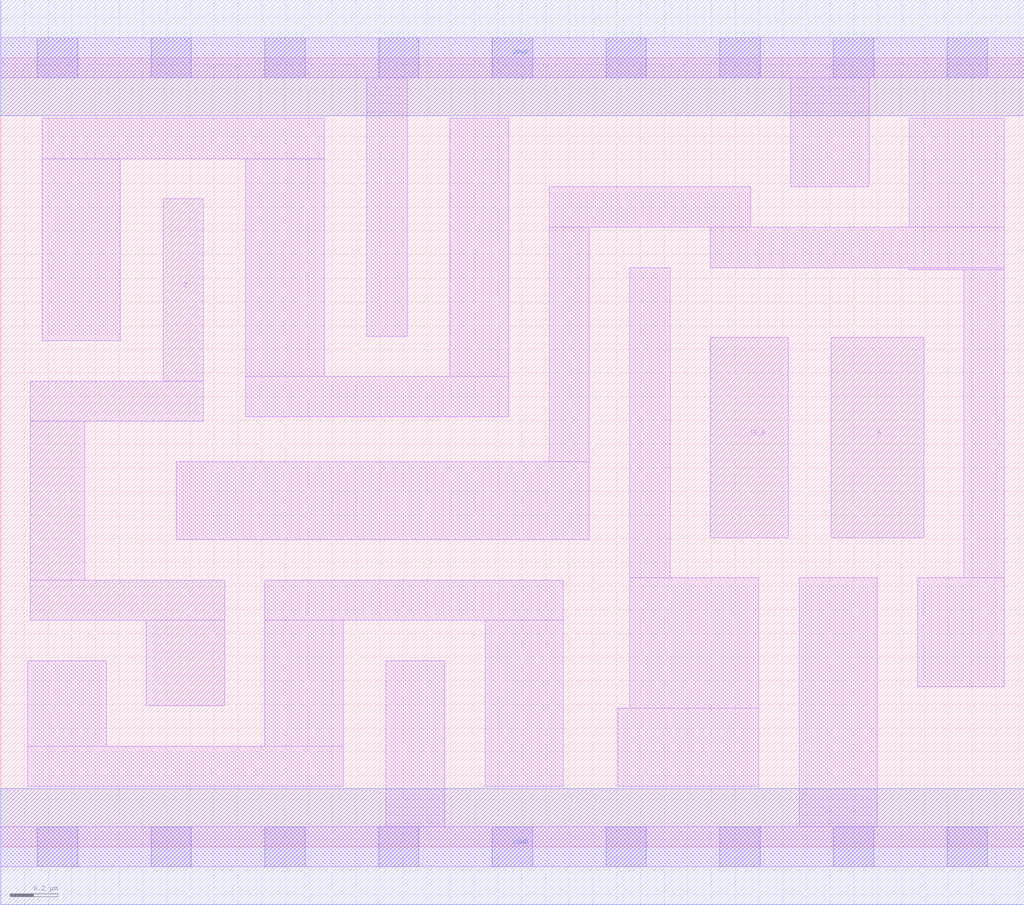
<source format=lef>
# Copyright 2020 The SkyWater PDK Authors
#
# Licensed under the Apache License, Version 2.0 (the "License");
# you may not use this file except in compliance with the License.
# You may obtain a copy of the License at
#
#     https://www.apache.org/licenses/LICENSE-2.0
#
# Unless required by applicable law or agreed to in writing, software
# distributed under the License is distributed on an "AS IS" BASIS,
# WITHOUT WARRANTIES OR CONDITIONS OF ANY KIND, either express or implied.
# See the License for the specific language governing permissions and
# limitations under the License.
#
# SPDX-License-Identifier: Apache-2.0

VERSION 5.7 ;
  NAMESCASESENSITIVE ON ;
  NOWIREEXTENSIONATPIN ON ;
  DIVIDERCHAR "/" ;
  BUSBITCHARS "[]" ;
UNITS
  DATABASE MICRONS 200 ;
END UNITS
MACRO sky130_fd_sc_lp__ebufn_2
  CLASS CORE ;
  FOREIGN sky130_fd_sc_lp__ebufn_2 ;
  ORIGIN  0.000000  0.000000 ;
  SIZE  4.320000 BY  3.330000 ;
  SYMMETRY X Y R90 ;
  SITE unit ;
  PIN A
    ANTENNAGATEAREA  0.159000 ;
    DIRECTION INPUT ;
    USE SIGNAL ;
    PORT
      LAYER li1 ;
        RECT 3.505000 1.305000 3.895000 2.150000 ;
    END
  END A
  PIN TE_B
    ANTENNAGATEAREA  0.537000 ;
    DIRECTION INPUT ;
    USE SIGNAL ;
    PORT
      LAYER li1 ;
        RECT 2.995000 1.305000 3.325000 2.150000 ;
    END
  END TE_B
  PIN Z
    ANTENNADIFFAREA  0.596400 ;
    DIRECTION OUTPUT ;
    USE SIGNAL ;
    PORT
      LAYER li1 ;
        RECT 0.125000 0.955000 0.945000 1.125000 ;
        RECT 0.125000 1.125000 0.355000 1.795000 ;
        RECT 0.125000 1.795000 0.855000 1.965000 ;
        RECT 0.615000 0.595000 0.945000 0.955000 ;
        RECT 0.685000 1.965000 0.855000 2.735000 ;
    END
  END Z
  PIN VGND
    DIRECTION INOUT ;
    USE GROUND ;
    PORT
      LAYER met1 ;
        RECT 0.000000 -0.245000 4.320000 0.245000 ;
    END
  END VGND
  PIN VPWR
    DIRECTION INOUT ;
    USE POWER ;
    PORT
      LAYER met1 ;
        RECT 0.000000 3.085000 4.320000 3.575000 ;
    END
  END VPWR
  OBS
    LAYER li1 ;
      RECT 0.000000 -0.085000 4.320000 0.085000 ;
      RECT 0.000000  3.245000 4.320000 3.415000 ;
      RECT 0.115000  0.255000 1.445000 0.425000 ;
      RECT 0.115000  0.425000 0.445000 0.785000 ;
      RECT 0.175000  2.135000 0.505000 2.905000 ;
      RECT 0.175000  2.905000 1.365000 3.075000 ;
      RECT 0.740000  1.295000 2.485000 1.625000 ;
      RECT 1.035000  1.815000 2.145000 1.985000 ;
      RECT 1.035000  1.985000 1.365000 2.905000 ;
      RECT 1.115000  0.425000 1.445000 0.955000 ;
      RECT 1.115000  0.955000 2.375000 1.125000 ;
      RECT 1.545000  2.155000 1.715000 3.245000 ;
      RECT 1.625000  0.085000 1.875000 0.785000 ;
      RECT 1.895000  1.985000 2.145000 3.075000 ;
      RECT 2.045000  0.255000 2.375000 0.955000 ;
      RECT 2.315000  1.625000 2.485000 2.615000 ;
      RECT 2.315000  2.615000 3.165000 2.785000 ;
      RECT 2.605000  0.255000 3.200000 0.585000 ;
      RECT 2.655000  0.585000 3.200000 1.135000 ;
      RECT 2.655000  1.135000 2.825000 2.445000 ;
      RECT 2.995000  2.445000 4.235000 2.615000 ;
      RECT 3.335000  2.785000 3.665000 3.245000 ;
      RECT 3.370000  0.085000 3.700000 1.135000 ;
      RECT 3.835000  2.435000 4.235000 2.445000 ;
      RECT 3.835000  2.615000 4.235000 3.075000 ;
      RECT 3.870000  0.675000 4.235000 1.135000 ;
      RECT 4.065000  1.135000 4.235000 2.435000 ;
    LAYER mcon ;
      RECT 0.155000 -0.085000 0.325000 0.085000 ;
      RECT 0.155000  3.245000 0.325000 3.415000 ;
      RECT 0.635000 -0.085000 0.805000 0.085000 ;
      RECT 0.635000  3.245000 0.805000 3.415000 ;
      RECT 1.115000 -0.085000 1.285000 0.085000 ;
      RECT 1.115000  3.245000 1.285000 3.415000 ;
      RECT 1.595000 -0.085000 1.765000 0.085000 ;
      RECT 1.595000  3.245000 1.765000 3.415000 ;
      RECT 2.075000 -0.085000 2.245000 0.085000 ;
      RECT 2.075000  3.245000 2.245000 3.415000 ;
      RECT 2.555000 -0.085000 2.725000 0.085000 ;
      RECT 2.555000  3.245000 2.725000 3.415000 ;
      RECT 3.035000 -0.085000 3.205000 0.085000 ;
      RECT 3.035000  3.245000 3.205000 3.415000 ;
      RECT 3.515000 -0.085000 3.685000 0.085000 ;
      RECT 3.515000  3.245000 3.685000 3.415000 ;
      RECT 3.995000 -0.085000 4.165000 0.085000 ;
      RECT 3.995000  3.245000 4.165000 3.415000 ;
  END
END sky130_fd_sc_lp__ebufn_2
END LIBRARY

</source>
